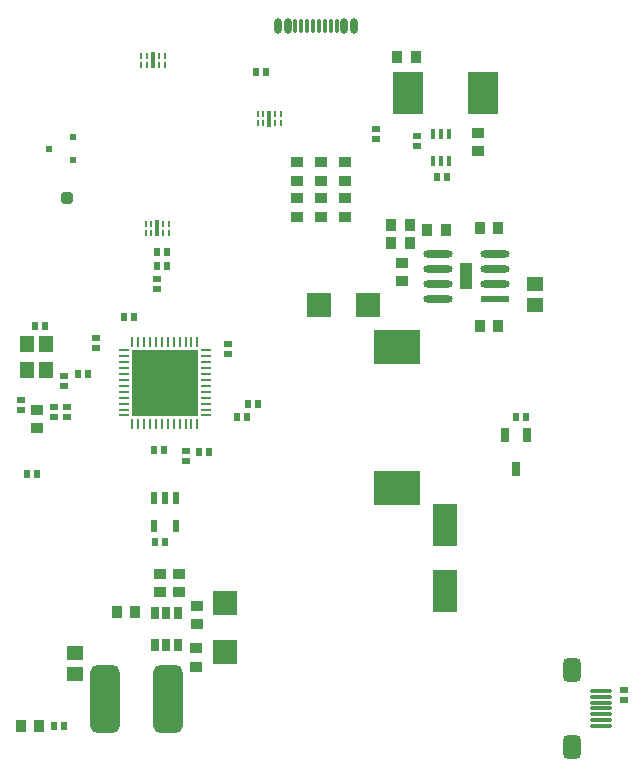
<source format=gtp>
G04*
G04 #@! TF.GenerationSoftware,Altium Limited,Altium Designer,23.5.1 (21)*
G04*
G04 Layer_Color=8421504*
%FSLAX25Y25*%
%MOIN*%
G70*
G04*
G04 #@! TF.SameCoordinates,89F97100-6FF8-4533-BDCD-A1BC4398B3AB*
G04*
G04*
G04 #@! TF.FilePolarity,Positive*
G04*
G01*
G75*
%ADD17R,0.04472X0.08704*%
G04:AMPARAMS|DCode=18|XSize=39.37mil|YSize=39.37mil|CornerRadius=9.84mil|HoleSize=0mil|Usage=FLASHONLY|Rotation=0.000|XOffset=0mil|YOffset=0mil|HoleType=Round|Shape=RoundedRectangle|*
%AMROUNDEDRECTD18*
21,1,0.03937,0.01968,0,0,0.0*
21,1,0.01968,0.03937,0,0,0.0*
1,1,0.01968,0.00984,-0.00984*
1,1,0.01968,-0.00984,-0.00984*
1,1,0.01968,-0.00984,0.00984*
1,1,0.01968,0.00984,0.00984*
%
%ADD18ROUNDEDRECTD18*%
G04:AMPARAMS|DCode=19|XSize=11.81mil|YSize=70.87mil|CornerRadius=2.95mil|HoleSize=0mil|Usage=FLASHONLY|Rotation=270.000|XOffset=0mil|YOffset=0mil|HoleType=Round|Shape=RoundedRectangle|*
%AMROUNDEDRECTD19*
21,1,0.01181,0.06496,0,0,270.0*
21,1,0.00591,0.07087,0,0,270.0*
1,1,0.00591,-0.03248,-0.00295*
1,1,0.00591,-0.03248,0.00295*
1,1,0.00591,0.03248,0.00295*
1,1,0.00591,0.03248,-0.00295*
%
%ADD19ROUNDEDRECTD19*%
G04:AMPARAMS|DCode=20|XSize=78.74mil|YSize=59.06mil|CornerRadius=14.76mil|HoleSize=0mil|Usage=FLASHONLY|Rotation=270.000|XOffset=0mil|YOffset=0mil|HoleType=Round|Shape=RoundedRectangle|*
%AMROUNDEDRECTD20*
21,1,0.07874,0.02953,0,0,270.0*
21,1,0.04921,0.05906,0,0,270.0*
1,1,0.02953,-0.01476,-0.02461*
1,1,0.02953,-0.01476,0.02461*
1,1,0.02953,0.01476,0.02461*
1,1,0.02953,0.01476,-0.02461*
%
%ADD20ROUNDEDRECTD20*%
%ADD21R,0.02559X0.02362*%
%ADD22R,0.03858X0.03661*%
%ADD23R,0.04528X0.05512*%
%ADD24R,0.02362X0.02559*%
%ADD25R,0.02362X0.04331*%
%ADD26R,0.02362X0.01968*%
%ADD27R,0.01575X0.05512*%
%ADD28R,0.00984X0.02362*%
%ADD29R,0.03661X0.03858*%
%ADD30O,0.03543X0.00984*%
%ADD31O,0.00984X0.03543*%
%ADD32R,0.22047X0.22047*%
%ADD33R,0.02559X0.04528*%
G04:AMPARAMS|DCode=34|XSize=98.43mil|YSize=228.35mil|CornerRadius=24.61mil|HoleSize=0mil|Usage=FLASHONLY|Rotation=180.000|XOffset=0mil|YOffset=0mil|HoleType=Round|Shape=RoundedRectangle|*
%AMROUNDEDRECTD34*
21,1,0.09843,0.17913,0,0,180.0*
21,1,0.04921,0.22835,0,0,180.0*
1,1,0.04921,-0.02461,0.08957*
1,1,0.04921,0.02461,0.08957*
1,1,0.04921,0.02461,-0.08957*
1,1,0.04921,-0.02461,-0.08957*
%
%ADD34ROUNDEDRECTD34*%
%ADD35R,0.07874X0.07874*%
%ADD36R,0.05787X0.04567*%
G04:AMPARAMS|DCode=37|XSize=43.31mil|YSize=23.62mil|CornerRadius=2.01mil|HoleSize=0mil|Usage=FLASHONLY|Rotation=90.000|XOffset=0mil|YOffset=0mil|HoleType=Round|Shape=RoundedRectangle|*
%AMROUNDEDRECTD37*
21,1,0.04331,0.01961,0,0,90.0*
21,1,0.03929,0.02362,0,0,90.0*
1,1,0.00402,0.00980,0.01965*
1,1,0.00402,0.00980,-0.01965*
1,1,0.00402,-0.00980,-0.01965*
1,1,0.00402,-0.00980,0.01965*
%
%ADD37ROUNDEDRECTD37*%
%ADD38R,0.15748X0.11811*%
%ADD39R,0.07874X0.14173*%
%ADD40R,0.07874X0.07874*%
G04:AMPARAMS|DCode=41|XSize=97.4mil|YSize=24.49mil|CornerRadius=12.25mil|HoleSize=0mil|Usage=FLASHONLY|Rotation=180.000|XOffset=0mil|YOffset=0mil|HoleType=Round|Shape=RoundedRectangle|*
%AMROUNDEDRECTD41*
21,1,0.09740,0.00000,0,0,180.0*
21,1,0.07291,0.02449,0,0,180.0*
1,1,0.02449,-0.03646,0.00000*
1,1,0.02449,0.03646,0.00000*
1,1,0.02449,0.03646,0.00000*
1,1,0.02449,-0.03646,0.00000*
%
%ADD41ROUNDEDRECTD41*%
%ADD42R,0.09740X0.02449*%
%ADD43R,0.01575X0.03347*%
%ADD44R,0.09843X0.14173*%
%ADD45O,0.01181X0.05315*%
%ADD46O,0.02362X0.05315*%
D17*
X198500Y198500D02*
D03*
D18*
X65500Y224500D02*
D03*
D19*
X243323Y48594D02*
D03*
Y50563D02*
D03*
Y52531D02*
D03*
Y54500D02*
D03*
Y56468D02*
D03*
Y58437D02*
D03*
Y60405D02*
D03*
D20*
X233677Y67295D02*
D03*
Y41705D02*
D03*
D21*
X119000Y176000D02*
D03*
Y172653D02*
D03*
X50000Y153827D02*
D03*
Y157173D02*
D03*
X65500Y151500D02*
D03*
Y154847D02*
D03*
X61000Y151500D02*
D03*
Y154847D02*
D03*
X95500Y194327D02*
D03*
Y197673D02*
D03*
X105000Y136827D02*
D03*
Y140173D02*
D03*
X64500Y162000D02*
D03*
Y165347D02*
D03*
X168500Y244327D02*
D03*
Y247673D02*
D03*
X182000Y245173D02*
D03*
Y241827D02*
D03*
X75000Y178000D02*
D03*
Y174653D02*
D03*
X251000Y57327D02*
D03*
Y60673D02*
D03*
D22*
X202420Y246355D02*
D03*
Y240292D02*
D03*
X142000Y224532D02*
D03*
Y218468D02*
D03*
Y236531D02*
D03*
Y230469D02*
D03*
X149964Y236531D02*
D03*
Y230469D02*
D03*
Y224532D02*
D03*
Y218468D02*
D03*
X158000Y236531D02*
D03*
Y230469D02*
D03*
Y224532D02*
D03*
Y218468D02*
D03*
X55500Y147968D02*
D03*
Y154032D02*
D03*
X96268Y93345D02*
D03*
Y99408D02*
D03*
X102537Y93387D02*
D03*
Y99449D02*
D03*
X108735Y82644D02*
D03*
Y88708D02*
D03*
X108500Y68468D02*
D03*
Y74532D02*
D03*
X177000Y196968D02*
D03*
Y203031D02*
D03*
D23*
X58294Y167184D02*
D03*
X51994Y175845D02*
D03*
X58294D02*
D03*
X51994Y167184D02*
D03*
D24*
X55500Y132500D02*
D03*
X52153D02*
D03*
X94515Y140720D02*
D03*
X97861D02*
D03*
X125827Y156000D02*
D03*
X129173D02*
D03*
X122153Y151500D02*
D03*
X125500D02*
D03*
X94653Y110000D02*
D03*
X98000D02*
D03*
X95414Y202129D02*
D03*
X98761D02*
D03*
X98761Y206678D02*
D03*
X95414D02*
D03*
X64346Y48500D02*
D03*
X61000D02*
D03*
X109327Y140000D02*
D03*
X112673D02*
D03*
X54654Y182000D02*
D03*
X58000D02*
D03*
X69000Y166000D02*
D03*
X72347D02*
D03*
X215000Y151500D02*
D03*
X218347D02*
D03*
X128327Y266500D02*
D03*
X131673D02*
D03*
X188827Y231500D02*
D03*
X192173D02*
D03*
X87673Y185000D02*
D03*
X84327D02*
D03*
D25*
X101740Y124724D02*
D03*
X98000D02*
D03*
X94260D02*
D03*
Y115276D02*
D03*
X101740D02*
D03*
D26*
X67258Y244863D02*
D03*
Y237382D02*
D03*
X59384Y241122D02*
D03*
D27*
X95499Y214499D02*
D03*
X93968Y270575D02*
D03*
X132833Y251066D02*
D03*
D28*
X99436Y212924D02*
D03*
X97467D02*
D03*
X93530D02*
D03*
X99436Y216074D02*
D03*
X97467D02*
D03*
X93530D02*
D03*
X91562Y212924D02*
D03*
Y216074D02*
D03*
X97905Y269000D02*
D03*
X95937D02*
D03*
X92000D02*
D03*
X97905Y272150D02*
D03*
X95937D02*
D03*
X92000D02*
D03*
X90031Y269000D02*
D03*
Y272150D02*
D03*
X136770Y249491D02*
D03*
Y252640D02*
D03*
X134801Y249491D02*
D03*
X130864D02*
D03*
X128896D02*
D03*
X134801Y252640D02*
D03*
X130864D02*
D03*
X128896D02*
D03*
D29*
X56032Y48500D02*
D03*
X49968D02*
D03*
X88032Y86500D02*
D03*
X81968D02*
D03*
X179532Y215500D02*
D03*
X173468D02*
D03*
X191532Y214000D02*
D03*
X185468D02*
D03*
X179532Y209500D02*
D03*
X173468D02*
D03*
X203000Y214500D02*
D03*
X209063D02*
D03*
X209032Y182000D02*
D03*
X202969D02*
D03*
X181532Y271500D02*
D03*
X175469D02*
D03*
D30*
X84417Y173827D02*
D03*
Y171858D02*
D03*
Y169890D02*
D03*
Y167921D02*
D03*
Y165953D02*
D03*
Y163984D02*
D03*
Y162016D02*
D03*
Y160047D02*
D03*
Y158079D02*
D03*
Y156110D02*
D03*
Y154142D02*
D03*
Y152173D02*
D03*
X111583D02*
D03*
Y154142D02*
D03*
Y156110D02*
D03*
Y158079D02*
D03*
Y160047D02*
D03*
Y162016D02*
D03*
Y163984D02*
D03*
Y165953D02*
D03*
Y167921D02*
D03*
Y169890D02*
D03*
Y171858D02*
D03*
Y173827D02*
D03*
D31*
X87173Y149417D02*
D03*
X89142D02*
D03*
X91110D02*
D03*
X93079D02*
D03*
X95047D02*
D03*
X97016D02*
D03*
X98984D02*
D03*
X100953D02*
D03*
X102921D02*
D03*
X104890D02*
D03*
X106858D02*
D03*
X108827D02*
D03*
Y176583D02*
D03*
X106858D02*
D03*
X104890D02*
D03*
X102921D02*
D03*
X100953D02*
D03*
X98984D02*
D03*
X97016D02*
D03*
X95047D02*
D03*
X93079D02*
D03*
X91110D02*
D03*
X89142D02*
D03*
X87173D02*
D03*
D32*
X98000Y163000D02*
D03*
D33*
X218740Y145807D02*
D03*
X211260D02*
D03*
X215000Y134193D02*
D03*
D34*
X77870Y57500D02*
D03*
X99130D02*
D03*
D35*
X118000Y89768D02*
D03*
Y73232D02*
D03*
D36*
X68000Y73004D02*
D03*
Y65996D02*
D03*
X221500Y188996D02*
D03*
Y196004D02*
D03*
D37*
X94760Y86315D02*
D03*
X98500D02*
D03*
X102240D02*
D03*
X94760Y75685D02*
D03*
X98500D02*
D03*
X102240D02*
D03*
D38*
X175500Y127878D02*
D03*
Y175122D02*
D03*
D39*
X191500Y93500D02*
D03*
Y115500D02*
D03*
D40*
X149232Y189000D02*
D03*
X165768D02*
D03*
D41*
X188988Y191000D02*
D03*
Y196000D02*
D03*
Y201000D02*
D03*
Y206000D02*
D03*
X208012D02*
D03*
Y201000D02*
D03*
Y196000D02*
D03*
D42*
Y191000D02*
D03*
D43*
X187441Y245929D02*
D03*
X190000D02*
D03*
X192559D02*
D03*
Y237071D02*
D03*
X190000D02*
D03*
X187441D02*
D03*
D44*
X179000Y259500D02*
D03*
X204000D02*
D03*
D45*
X149386Y282000D02*
D03*
X141512D02*
D03*
X147417D02*
D03*
X145449D02*
D03*
X143480D02*
D03*
X155291D02*
D03*
X153323D02*
D03*
X151354D02*
D03*
D46*
X135803D02*
D03*
X138953D02*
D03*
X157850D02*
D03*
X161000D02*
D03*
M02*

</source>
